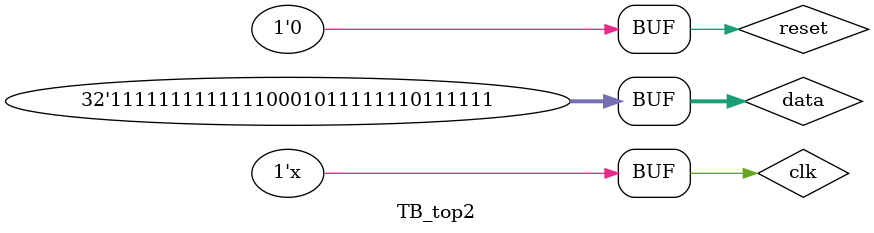
<source format=v>
`timescale 1ns / 1ps


module TB_top2;

	// Inputs
	reg clk;
	reg reset;
	reg SPI_Data_In;

	// Outputs
	wire SPI_clk;
	wire SPI_cs;
	wire data_out;

	// Instantiate the Unit Under Test (UUT)
	top uut (
		.clk(clk), 
		.reset(reset), 
		.SPI_clk(SPI_clk), 
		.SPI_cs(SPI_cs), 
		.SPI_Data_In(SPI_Data_In), 
		.data_out(data_out)
	);
reg [31:0] data;
integer i;
	initial begin
		// Initialize Inputs
		clk = 0;
		reset = 1;
		SPI_Data_In = 0;
		data = 97'b1111111111100100101010100100101000100001000100001001000000000011111111111111110001011111110111111;
		i=-1;
		// Wait 100 ns for global reset to finish
		#100;
        		reset =0;

		// Add stimulus here

	end

	always@(posedge clk)begin
		#100; 
		SPI_Data_In = data >> i;
		i = i + 1;
	end
	
			always #5 clk = ~clk;

      
endmodule


</source>
